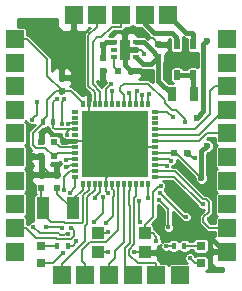
<source format=gbr>
G04 #@! TF.FileFunction,Copper,L1,Top,Signal*
%FSLAX46Y46*%
G04 Gerber Fmt 4.6, Leading zero omitted, Abs format (unit mm)*
G04 Created by KiCad (PCBNEW 4.0.4-stable) date 05/29/18 15:09:19*
%MOMM*%
%LPD*%
G01*
G04 APERTURE LIST*
%ADD10C,0.100000*%
%ADD11R,1.500000X1.500000*%
%ADD12R,0.500000X0.600000*%
%ADD13R,0.600000X0.500000*%
%ADD14R,0.797560X0.797560*%
%ADD15R,0.700000X1.300000*%
%ADD16R,0.400000X0.600000*%
%ADD17R,1.100000X1.900000*%
%ADD18R,0.500000X0.900000*%
%ADD19R,0.470000X0.400000*%
%ADD20R,0.950000X1.700000*%
%ADD21R,0.300000X0.550000*%
%ADD22R,0.550000X0.300000*%
%ADD23R,5.600000X5.600000*%
%ADD24R,1.000000X1.000000*%
%ADD25C,0.400000*%
%ADD26C,0.600000*%
%ADD27C,0.200000*%
%ADD28C,0.400000*%
%ADD29C,0.254000*%
G04 APERTURE END LIST*
D10*
D11*
X100000000Y-90000000D03*
X100000000Y-88000000D03*
X100000000Y-86000000D03*
X100000000Y-84000000D03*
X100000000Y-96000000D03*
X100000000Y-94000000D03*
X100000000Y-98000000D03*
X100000000Y-92000000D03*
X100000000Y-80000000D03*
X100000000Y-82000000D03*
X104000000Y-100000000D03*
X106000000Y-100000000D03*
X108000000Y-100000000D03*
X110000000Y-100000000D03*
X114000000Y-100000000D03*
X112000000Y-100000000D03*
X118000000Y-86000000D03*
X118000000Y-84000000D03*
X118000000Y-90000000D03*
X118000000Y-88000000D03*
X118000000Y-80000000D03*
X118000000Y-82000000D03*
X118000000Y-96000000D03*
X118000000Y-94000000D03*
X118000000Y-98000000D03*
X118000000Y-92000000D03*
X107000000Y-78000000D03*
X109000000Y-78000000D03*
X105000000Y-78000000D03*
X111000000Y-78000000D03*
X113000000Y-78000000D03*
D12*
X103570000Y-92600000D03*
X103570000Y-91500000D03*
D13*
X103370000Y-89950000D03*
X102270000Y-89950000D03*
D12*
X102270000Y-92600000D03*
X102270000Y-91500000D03*
D13*
X103370000Y-88700000D03*
X102270000Y-88700000D03*
D12*
X112170000Y-81550000D03*
X112170000Y-80450000D03*
X107470000Y-81600000D03*
X107470000Y-82700000D03*
D13*
X113520000Y-89650000D03*
X114620000Y-89650000D03*
D12*
X103970000Y-84400000D03*
X103970000Y-83300000D03*
D14*
X115750000Y-97500700D03*
X115750000Y-98999300D03*
X102250000Y-97500700D03*
X102250000Y-98999300D03*
D15*
X115220000Y-84700000D03*
X113320000Y-84700000D03*
D16*
X102370000Y-87000000D03*
X103270000Y-87000000D03*
X113470000Y-97500000D03*
X114370000Y-97500000D03*
X104520000Y-97500000D03*
X103620000Y-97500000D03*
D17*
X102370000Y-94350000D03*
X104970000Y-94350000D03*
D18*
X115120000Y-83050000D03*
X115120000Y-80450000D03*
X113720000Y-83050000D03*
X113720000Y-80450000D03*
D13*
X108720000Y-82700000D03*
X109820000Y-82700000D03*
D19*
X110235000Y-81550000D03*
X110235000Y-80900000D03*
X110235000Y-80250000D03*
X108405000Y-80250000D03*
X108405000Y-80900000D03*
X108405000Y-81550000D03*
D20*
X109320000Y-80900000D03*
D21*
X105770000Y-92275000D03*
X106270000Y-92275000D03*
X106770000Y-92275000D03*
X107270000Y-92275000D03*
X107770000Y-92275000D03*
X108270000Y-92275000D03*
X108770000Y-92275000D03*
X109270000Y-92275000D03*
X109770000Y-92275000D03*
X110270000Y-92275000D03*
X110770000Y-92275000D03*
X111270000Y-92275000D03*
D22*
X111895000Y-91650000D03*
X111895000Y-91150000D03*
X111895000Y-90650000D03*
X111895000Y-90150000D03*
X111895000Y-89650000D03*
X111895000Y-89150000D03*
X111895000Y-88650000D03*
X111895000Y-88150000D03*
X111895000Y-87650000D03*
X111895000Y-87150000D03*
X111895000Y-86650000D03*
X111895000Y-86150000D03*
D21*
X111270000Y-85525000D03*
X110770000Y-85525000D03*
X110270000Y-85525000D03*
X109770000Y-85525000D03*
X109270000Y-85525000D03*
X108770000Y-85525000D03*
X108270000Y-85525000D03*
X107770000Y-85525000D03*
X107270000Y-85525000D03*
X106770000Y-85525000D03*
X106270000Y-85525000D03*
X105770000Y-85525000D03*
D22*
X105145000Y-86150000D03*
X105145000Y-86650000D03*
X105145000Y-87150000D03*
X105145000Y-87650000D03*
X105145000Y-88150000D03*
X105145000Y-88650000D03*
X105145000Y-89150000D03*
X105145000Y-89650000D03*
X105145000Y-90150000D03*
X105145000Y-90650000D03*
X105145000Y-91150000D03*
X105145000Y-91650000D03*
D23*
X108520000Y-88900000D03*
D24*
X111020000Y-96450000D03*
X107020000Y-98050000D03*
X111020000Y-98050000D03*
X107020000Y-96450000D03*
D25*
X116420000Y-95275000D03*
X116395000Y-92650000D03*
X116495000Y-91500000D03*
X107914719Y-98053846D03*
X101570000Y-89850000D03*
X107920000Y-93000000D03*
D26*
X106020000Y-84550000D03*
X105020000Y-79600000D03*
D25*
X110120000Y-98050000D03*
X104370000Y-88650000D03*
X110969565Y-81231489D03*
X115266793Y-90103207D03*
X110570000Y-79550000D03*
X107420000Y-83350000D03*
X102270000Y-90700000D03*
X102220000Y-88100000D03*
X116220000Y-96450000D03*
D26*
X110520000Y-82700000D03*
X109320000Y-79550000D03*
D25*
X108520000Y-88900000D03*
X107720000Y-95600000D03*
X104070000Y-98150000D03*
X114820000Y-98550000D03*
D26*
X115820000Y-91800000D03*
X116270000Y-89050000D03*
X115420000Y-86650000D03*
X116270000Y-80150000D03*
X107470000Y-80550000D03*
D25*
X114520000Y-95050000D03*
X112320000Y-93050000D03*
X104320000Y-90250000D03*
X112008302Y-97101622D03*
X107901802Y-96381802D03*
X112370000Y-92450000D03*
X104424727Y-88102727D03*
X103570000Y-85050000D03*
X113020000Y-95950000D03*
X112220000Y-93600000D03*
X104320000Y-90800000D03*
X104170016Y-92796054D03*
X104001028Y-96014385D03*
X111273521Y-93492756D03*
X102620000Y-95950000D03*
X115970011Y-94009607D03*
X114420000Y-87050000D03*
X106790865Y-93449990D03*
X103970147Y-87213193D03*
X104220000Y-85050002D03*
X104795540Y-96000011D03*
X112870000Y-90750000D03*
X104518987Y-96497324D03*
X113270000Y-90300000D03*
X101570000Y-95900000D03*
X113370000Y-86600000D03*
X111370000Y-84700000D03*
X110774027Y-84765738D03*
X110366276Y-84396629D03*
X101450643Y-86830338D03*
X101857968Y-85319838D03*
X109720000Y-84600000D03*
X108275710Y-84425983D03*
X108176359Y-83788012D03*
X105212625Y-97106102D03*
X107493822Y-93376516D03*
X106720000Y-95481248D03*
X104520000Y-87200000D03*
X112820000Y-97550000D03*
X110620000Y-95500000D03*
X110520000Y-93700000D03*
X104720000Y-93000000D03*
D27*
X116770000Y-94925000D02*
X116420000Y-95275000D01*
X116770023Y-94925000D02*
X116770000Y-94925000D01*
X116395000Y-92650000D02*
X116395000Y-93273604D01*
X116395000Y-93273604D02*
X116770023Y-93648627D01*
X116770023Y-93648627D02*
X116770023Y-94925000D01*
X116495000Y-91500000D02*
X116495000Y-92550000D01*
X116495000Y-92550000D02*
X116395000Y-92650000D01*
X107910873Y-98050000D02*
X107914719Y-98053846D01*
X107020000Y-98050000D02*
X107910873Y-98050000D01*
X101570000Y-89850000D02*
X102170000Y-89850000D01*
X102170000Y-89850000D02*
X102270000Y-89950000D01*
X107770000Y-92275000D02*
X107770000Y-92850000D01*
X107770000Y-92850000D02*
X107920000Y-93000000D01*
X106270000Y-85525000D02*
X106270000Y-84800000D01*
X106270000Y-84800000D02*
X106020000Y-84550000D01*
X105000000Y-78000000D02*
X105000000Y-79580000D01*
X105000000Y-79580000D02*
X105020000Y-79600000D01*
X111020000Y-98050000D02*
X110120000Y-98050000D01*
X105145000Y-88650000D02*
X104370000Y-88650000D01*
X110235000Y-80900000D02*
X110670000Y-80900000D01*
X111252842Y-79950000D02*
X110852842Y-79550000D01*
X112170000Y-80450000D02*
X112170000Y-80400000D01*
X111720000Y-79950000D02*
X111252842Y-79950000D01*
X112170000Y-80400000D02*
X111720000Y-79950000D01*
X110670000Y-80900000D02*
X110969565Y-81199565D01*
X110852842Y-79550000D02*
X110570000Y-79550000D01*
X110969565Y-81199565D02*
X110969565Y-81231489D01*
X115123207Y-90103207D02*
X115266793Y-90103207D01*
X114670000Y-89650000D02*
X115123207Y-90103207D01*
X114620000Y-89650000D02*
X114670000Y-89650000D01*
X107470000Y-82700000D02*
X107470000Y-83300000D01*
X107470000Y-83300000D02*
X107420000Y-83350000D01*
X102270000Y-88700000D02*
X102270000Y-88150000D01*
X102270000Y-88150000D02*
X102220000Y-88100000D01*
D28*
X118000000Y-98000000D02*
X117770000Y-98000000D01*
X117770000Y-98000000D02*
X116220000Y-96450000D01*
D27*
X103570000Y-91500000D02*
X103070000Y-91500000D01*
X103070000Y-91500000D02*
X102270000Y-90700000D01*
X102270000Y-91500000D02*
X102270000Y-90700000D01*
X102270000Y-89950000D02*
X102270000Y-90700000D01*
D28*
X109820000Y-82700000D02*
X110520000Y-82700000D01*
X109320000Y-80900000D02*
X109320000Y-82200000D01*
X109320000Y-82200000D02*
X109820000Y-82700000D01*
X109320000Y-80900000D02*
X109320000Y-79550000D01*
X110235000Y-80900000D02*
X109320000Y-80900000D01*
D27*
X106270000Y-85525000D02*
X106270000Y-86650000D01*
X106270000Y-86650000D02*
X108520000Y-88900000D01*
X105145000Y-88650000D02*
X108270000Y-88650000D01*
X108270000Y-88650000D02*
X108520000Y-88900000D01*
X111895000Y-89150000D02*
X108770000Y-89150000D01*
X108770000Y-89150000D02*
X108520000Y-88900000D01*
X107770000Y-92275000D02*
X107770000Y-91800000D01*
X107770000Y-91800000D02*
X108520000Y-91050000D01*
X108520000Y-91050000D02*
X108520000Y-88900000D01*
X104970000Y-93550000D02*
X104970000Y-93950000D01*
X105770000Y-92750000D02*
X104970000Y-93550000D01*
X104970000Y-93950000D02*
X104970000Y-94350000D01*
X105770000Y-92275000D02*
X105770000Y-92750000D01*
X103570000Y-93100000D02*
X104820000Y-94350000D01*
X103570000Y-92600000D02*
X103570000Y-93100000D01*
X104820000Y-94350000D02*
X104970000Y-94350000D01*
D28*
X115820000Y-91375736D02*
X115820000Y-91800000D01*
X115820000Y-89500000D02*
X115820000Y-91375736D01*
X116270000Y-89050000D02*
X115820000Y-89500000D01*
D27*
X108270000Y-92275000D02*
X108270000Y-92700000D01*
X108270000Y-92700000D02*
X108388005Y-92818005D01*
X108388005Y-92818005D02*
X108388005Y-93331995D01*
X108388005Y-93331995D02*
X108320000Y-93400000D01*
X108320000Y-93400000D02*
X108320000Y-95000000D01*
X108320000Y-95000000D02*
X107720000Y-95600000D01*
X102250000Y-98999300D02*
X103220700Y-98999300D01*
X103220700Y-98999300D02*
X104070000Y-98150000D01*
X115750000Y-98999300D02*
X115269300Y-98999300D01*
X115269300Y-98999300D02*
X114820000Y-98550000D01*
X115820000Y-91800000D02*
X113670000Y-89650000D01*
X113670000Y-89650000D02*
X113520000Y-89650000D01*
D28*
X116270000Y-80150000D02*
X115970001Y-80449999D01*
X115970001Y-80449999D02*
X115970001Y-86099999D01*
X115970001Y-86099999D02*
X115420000Y-86650000D01*
D27*
X105770000Y-85400000D02*
X105770000Y-85525000D01*
X104770000Y-84400000D02*
X105770000Y-85400000D01*
X103970000Y-84400000D02*
X104770000Y-84400000D01*
X102570001Y-89200001D02*
X101769999Y-89200001D01*
X103320000Y-89950000D02*
X102570001Y-89200001D01*
X101769999Y-89200001D02*
X101520000Y-88950002D01*
X103370000Y-89950000D02*
X103320000Y-89950000D01*
X101520000Y-87950000D02*
X102370000Y-87100000D01*
X102370000Y-87100000D02*
X102370000Y-87000000D01*
X101520000Y-88950002D02*
X101520000Y-87950000D01*
X102770000Y-85150000D02*
X103520000Y-84400000D01*
X102770000Y-86500000D02*
X102770000Y-85150000D01*
X103520000Y-84400000D02*
X103970000Y-84400000D01*
X102370000Y-86900000D02*
X102770000Y-86500000D01*
X102370000Y-87000000D02*
X102370000Y-86900000D01*
D28*
X103920000Y-84450000D02*
X103970000Y-84400000D01*
D27*
X102770000Y-81709340D02*
X102770000Y-83150000D01*
X102770000Y-83150000D02*
X103970000Y-84350000D01*
X103970000Y-84350000D02*
X103970000Y-84400000D01*
X100000000Y-80000000D02*
X101060660Y-80000000D01*
X101060660Y-80000000D02*
X102770000Y-81709340D01*
X111895000Y-89650000D02*
X113520000Y-89650000D01*
D28*
X107470000Y-81600000D02*
X107470000Y-80550000D01*
X108405000Y-80250000D02*
X107770000Y-80250000D01*
X107770000Y-80250000D02*
X107470000Y-80550000D01*
D27*
X103370000Y-89950000D02*
X103670000Y-89650000D01*
X103670000Y-89650000D02*
X105145000Y-89650000D01*
X105720001Y-95550001D02*
X105770001Y-95500001D01*
X106270000Y-92750000D02*
X106270000Y-92275000D01*
X104228182Y-95550001D02*
X105720001Y-95550001D01*
X105770001Y-95500001D02*
X105770001Y-93249999D01*
X102370000Y-94350000D02*
X102370000Y-94750000D01*
X103120000Y-95500000D02*
X104178181Y-95500000D01*
X102370000Y-94750000D02*
X103120000Y-95500000D01*
X104178181Y-95500000D02*
X104228182Y-95550001D01*
X105770001Y-93249999D02*
X106270000Y-92750000D01*
X102270000Y-92600000D02*
X102270000Y-94250000D01*
X102270000Y-94250000D02*
X102370000Y-94350000D01*
X103370000Y-88700000D02*
X103820000Y-89150000D01*
X103820000Y-89150000D02*
X105145000Y-89150000D01*
X106600012Y-80214978D02*
X106600012Y-83821018D01*
X106600012Y-83821018D02*
X107270000Y-84491006D01*
X108250001Y-78950001D02*
X107350003Y-79849999D01*
X107350003Y-79849999D02*
X106964991Y-79849999D01*
X106964991Y-79849999D02*
X106600012Y-80214978D01*
X109000000Y-78000000D02*
X108999999Y-78950001D01*
X108999999Y-78950001D02*
X108250001Y-78950001D01*
X107270000Y-84491006D02*
X107270000Y-85525000D01*
X106770000Y-85050000D02*
X106770000Y-85525000D01*
X107000000Y-78000000D02*
X107000000Y-78950000D01*
X107000000Y-78950000D02*
X106250001Y-79699999D01*
X106770000Y-84519997D02*
X106770000Y-85050000D01*
X106250001Y-79699999D02*
X106250001Y-83999998D01*
X106250001Y-83999998D02*
X106770000Y-84519997D01*
X112320000Y-93050000D02*
X114320000Y-95050000D01*
X114320000Y-95050000D02*
X114520000Y-95050000D01*
X105145000Y-90150000D02*
X104420000Y-90150000D01*
X104420000Y-90150000D02*
X104320000Y-90250000D01*
X112008302Y-96818780D02*
X112008302Y-97101622D01*
X112008302Y-96738302D02*
X112008302Y-96818780D01*
X111720000Y-96450000D02*
X112008302Y-96738302D01*
X111020000Y-96450000D02*
X111720000Y-96450000D01*
X107020000Y-96450000D02*
X107833604Y-96450000D01*
X107833604Y-96450000D02*
X107901802Y-96381802D01*
X112370000Y-92450000D02*
X112253998Y-92450000D01*
X112253998Y-92450000D02*
X111723522Y-92980476D01*
X111723522Y-92980476D02*
X111723522Y-95046478D01*
X111723522Y-95046478D02*
X111020000Y-95750000D01*
X111020000Y-95750000D02*
X111020000Y-96450000D01*
X104670000Y-87650000D02*
X104424727Y-87895273D01*
X104424727Y-87895273D02*
X104424727Y-88102727D01*
X104656805Y-87663195D02*
X104670000Y-87650000D01*
X103270000Y-87500000D02*
X103433195Y-87663195D01*
X103270000Y-87000000D02*
X103270000Y-87500000D01*
X103433195Y-87663195D02*
X104656805Y-87663195D01*
X104670000Y-87650000D02*
X105145000Y-87650000D01*
X103270000Y-87000000D02*
X103270000Y-85350000D01*
X103270000Y-85350000D02*
X103570000Y-85050000D01*
X112220000Y-93600000D02*
X113020000Y-94400000D01*
X113020000Y-94400000D02*
X113020000Y-95950000D01*
X105145000Y-90650000D02*
X104670000Y-90650000D01*
X104670000Y-90650000D02*
X104520000Y-90800000D01*
X104520000Y-90800000D02*
X104320000Y-90800000D01*
X103620000Y-97500000D02*
X102250700Y-97500000D01*
X102250700Y-97500000D02*
X102250000Y-97500700D01*
X114370000Y-97500000D02*
X115749300Y-97500000D01*
X115749300Y-97500000D02*
X115750000Y-97500700D01*
X110000000Y-100000000D02*
X109319987Y-99319987D01*
X109319987Y-97689019D02*
X109770000Y-97239006D01*
X109770000Y-97239006D02*
X109770000Y-94110992D01*
X109719988Y-94060980D02*
X109719988Y-92800012D01*
X109719988Y-92800012D02*
X109770000Y-92750000D01*
X109770000Y-92750000D02*
X109770000Y-92275000D01*
X109319987Y-99319987D02*
X109319987Y-97689019D01*
X109770000Y-94110992D02*
X109719988Y-94060980D01*
X110069999Y-93483999D02*
X110069999Y-93916001D01*
X112000000Y-99050000D02*
X112000000Y-100000000D01*
X110403995Y-98999999D02*
X111949999Y-98999999D01*
X109669998Y-97833998D02*
X109669998Y-98266002D01*
X110136061Y-97367935D02*
X109669998Y-97833998D01*
X110069999Y-93916001D02*
X110136061Y-93982063D01*
X111949999Y-98999999D02*
X112000000Y-99050000D01*
X110136061Y-93982063D02*
X110136061Y-97367935D01*
X110270000Y-92275000D02*
X110270000Y-93283998D01*
X109669998Y-98266002D02*
X110403995Y-98999999D01*
X110270000Y-93283998D02*
X110069999Y-93483999D01*
X104170016Y-92513212D02*
X104170016Y-92796054D01*
X104170016Y-91649984D02*
X104170016Y-92513212D01*
X104670000Y-91150000D02*
X104170016Y-91649984D01*
X105145000Y-91150000D02*
X104670000Y-91150000D01*
X103936643Y-95950000D02*
X104001028Y-96014385D01*
X102620000Y-95950000D02*
X103936643Y-95950000D01*
X111270000Y-92275000D02*
X111270000Y-93489235D01*
X111270000Y-93489235D02*
X111273521Y-93492756D01*
X111895000Y-91650000D02*
X113505910Y-91650000D01*
X115865517Y-94009607D02*
X115970011Y-94009607D01*
X113505910Y-91650000D02*
X115865517Y-94009607D01*
X117050000Y-96000000D02*
X118000000Y-96000000D01*
X115969998Y-95491002D02*
X116478996Y-96000000D01*
X115969998Y-95058998D02*
X115969998Y-95491002D01*
X116420013Y-93793605D02*
X116420013Y-94608983D01*
X115943609Y-93559605D02*
X116186013Y-93559605D01*
X113584005Y-91200001D02*
X115943609Y-93559605D01*
X111895000Y-91150000D02*
X112370000Y-91150000D01*
X116186013Y-93559605D02*
X116420013Y-93793605D01*
X112420001Y-91200001D02*
X113584005Y-91200001D01*
X116420013Y-94608983D02*
X115969998Y-95058998D01*
X112370000Y-91150000D02*
X112420001Y-91200001D01*
X116478996Y-96000000D02*
X117050000Y-96000000D01*
X109270000Y-84768692D02*
X108919999Y-84418691D01*
X112719999Y-85185997D02*
X112719999Y-85455011D01*
X114420000Y-86767158D02*
X114420000Y-87050000D01*
X112719999Y-85455011D02*
X113314987Y-86049999D01*
X108919999Y-84085999D02*
X109219915Y-83786083D01*
X108919999Y-84418691D02*
X108919999Y-84085999D01*
X113314987Y-86049999D02*
X113702841Y-86049999D01*
X111320085Y-83786083D02*
X112719999Y-85185997D01*
X109270000Y-85525000D02*
X109270000Y-84768692D01*
X109219915Y-83786083D02*
X111320085Y-83786083D01*
X113702841Y-86049999D02*
X114420000Y-86767158D01*
X105919333Y-97130667D02*
X105919333Y-95845659D01*
X105919333Y-95845659D02*
X106120012Y-95644980D01*
X106120012Y-95644980D02*
X106120012Y-93399988D01*
X104000000Y-99050000D02*
X105919333Y-97130667D01*
X104000000Y-100000000D02*
X104000000Y-99050000D01*
X106770000Y-92750000D02*
X106770000Y-92275000D01*
X106120012Y-93399988D02*
X106770000Y-92750000D01*
X106990864Y-93249991D02*
X106790865Y-93449990D01*
X107270000Y-92934336D02*
X106990864Y-93213472D01*
X107270000Y-92275000D02*
X107270000Y-92934336D01*
X106990864Y-93213472D02*
X106990864Y-93249991D01*
X103970147Y-86930351D02*
X103970147Y-87213193D01*
X103970147Y-85299855D02*
X103970147Y-86930351D01*
X104220000Y-85050002D02*
X103970147Y-85299855D01*
X106353995Y-97200001D02*
X107720001Y-97200001D01*
X105719998Y-97833998D02*
X106353995Y-97200001D01*
X105719998Y-98769998D02*
X105719998Y-97833998D01*
X106000000Y-100000000D02*
X106000000Y-99050000D01*
X108770000Y-92750000D02*
X108770000Y-92275000D01*
X108770000Y-96150002D02*
X108770000Y-92750000D01*
X107720001Y-97200001D02*
X108770000Y-96150002D01*
X106000000Y-99050000D02*
X105719998Y-98769998D01*
X108000000Y-100000000D02*
X108000000Y-99050000D01*
X108000000Y-99050000D02*
X108499222Y-98550778D01*
X108499222Y-98550778D02*
X108499222Y-97936782D01*
X108499222Y-97936782D02*
X109270000Y-97166004D01*
X109270000Y-97166004D02*
X109270000Y-92750000D01*
X109270000Y-92750000D02*
X109270000Y-92275000D01*
X100000000Y-96000000D02*
X100950000Y-96000000D01*
X103504007Y-96850011D02*
X103601322Y-96947326D01*
X104734989Y-96947326D02*
X104995539Y-96686776D01*
X103601322Y-96947326D02*
X104734989Y-96947326D01*
X101800011Y-96850011D02*
X103504007Y-96850011D01*
X100950000Y-96000000D02*
X101800011Y-96850011D01*
X104995539Y-96200010D02*
X104795540Y-96000011D01*
X104995539Y-96686776D02*
X104995539Y-96200010D01*
X111895000Y-90650000D02*
X112770000Y-90650000D01*
X112770000Y-90650000D02*
X112870000Y-90750000D01*
X111945000Y-90700000D02*
X111895000Y-90650000D01*
X104236145Y-96497324D02*
X104518987Y-96497324D01*
X104148517Y-96584952D02*
X104236145Y-96497324D01*
X103718980Y-96447902D02*
X103856030Y-96584952D01*
X101570000Y-95900000D02*
X102117902Y-96447902D01*
X102117902Y-96447902D02*
X103718980Y-96447902D01*
X103856030Y-96584952D02*
X104148517Y-96584952D01*
X113270000Y-90300000D02*
X113120000Y-90150000D01*
X113120000Y-90150000D02*
X111895000Y-90150000D01*
X115605998Y-88650000D02*
X116255998Y-88000000D01*
X111895000Y-88650000D02*
X115605998Y-88650000D01*
X117050000Y-88000000D02*
X118000000Y-88000000D01*
X116255998Y-88000000D02*
X117050000Y-88000000D01*
X111895000Y-88150000D02*
X115611008Y-88150000D01*
X117761008Y-86000000D02*
X118000000Y-86000000D01*
X115611008Y-88150000D02*
X117761008Y-86000000D01*
X111895000Y-87650000D02*
X115270000Y-87650000D01*
X116570000Y-84369340D02*
X116939340Y-84000000D01*
X115270000Y-87650000D02*
X116570000Y-86350000D01*
X116570000Y-86350000D02*
X116570000Y-84369340D01*
X116939340Y-84000000D02*
X118000000Y-84000000D01*
X111895000Y-86150000D02*
X112920000Y-86150000D01*
X112920000Y-86150000D02*
X113370000Y-86600000D01*
X111270000Y-85525000D02*
X111270000Y-84800000D01*
X111270000Y-84800000D02*
X111370000Y-84700000D01*
X110770000Y-84769765D02*
X110774027Y-84765738D01*
X110770000Y-85525000D02*
X110770000Y-84769765D01*
X110270000Y-85525000D02*
X110270000Y-84492905D01*
X110270000Y-84492905D02*
X110366276Y-84396629D01*
X101857968Y-86423013D02*
X101650642Y-86630339D01*
X101857968Y-85319838D02*
X101857968Y-86423013D01*
X101650642Y-86630339D02*
X101450643Y-86830338D01*
X109770000Y-85525000D02*
X109770000Y-84650000D01*
X109770000Y-84650000D02*
X109720000Y-84600000D01*
X108270000Y-85525000D02*
X108270000Y-84431693D01*
X108270000Y-84431693D02*
X108275710Y-84425983D01*
X107770000Y-84194371D02*
X107976360Y-83988011D01*
X107770000Y-85525000D02*
X107770000Y-84194371D01*
X107976360Y-83988011D02*
X108176359Y-83788012D01*
X105212625Y-97207375D02*
X105212625Y-97106102D01*
X104520000Y-97500000D02*
X104920000Y-97500000D01*
X104920000Y-97500000D02*
X105212625Y-97207375D01*
X107493822Y-94707426D02*
X107493822Y-93659358D01*
X107493822Y-93659358D02*
X107493822Y-93376516D01*
X106720000Y-95481248D02*
X107493822Y-94707426D01*
X105145000Y-87150000D02*
X104570000Y-87150000D01*
X104570000Y-87150000D02*
X104520000Y-87200000D01*
X112820000Y-97550000D02*
X113420000Y-97550000D01*
X113420000Y-97550000D02*
X113470000Y-97500000D01*
X110520000Y-93700000D02*
X110520000Y-95400000D01*
X110520000Y-95400000D02*
X110620000Y-95500000D01*
X105145000Y-91650000D02*
X105145000Y-92575000D01*
X105145000Y-92575000D02*
X104720000Y-93000000D01*
D28*
X115120000Y-83050000D02*
X115120000Y-84600000D01*
X115120000Y-84600000D02*
X115220000Y-84700000D01*
X115120000Y-83050000D02*
X113720000Y-83050000D01*
X111570000Y-82150000D02*
X112170000Y-81550000D01*
X110270000Y-81550000D02*
X110870000Y-82150000D01*
X110870000Y-82150000D02*
X111570000Y-82150000D01*
X110235000Y-81550000D02*
X110270000Y-81550000D01*
X110911614Y-80250000D02*
X111511614Y-80850000D01*
X110235000Y-80250000D02*
X110911614Y-80250000D01*
X111511614Y-80850000D02*
X111520000Y-80850000D01*
X112170000Y-81500000D02*
X112170000Y-81550000D01*
X111520000Y-80850000D02*
X112170000Y-81500000D01*
X113320000Y-84700000D02*
X112170000Y-83550000D01*
X112170000Y-83550000D02*
X112170000Y-81550000D01*
X113000000Y-78000000D02*
X114500000Y-79500000D01*
X114500000Y-79500000D02*
X115020000Y-79500000D01*
X115020000Y-79500000D02*
X115120000Y-79600000D01*
X115120000Y-79600000D02*
X115120000Y-80450000D01*
X113720000Y-80450000D02*
X113720000Y-80250000D01*
X113670000Y-80200000D02*
X113670000Y-79850000D01*
X113720000Y-80250000D02*
X113670000Y-80200000D01*
X111000000Y-78731110D02*
X111000000Y-78000000D01*
X113670000Y-79850000D02*
X113320000Y-79500000D01*
X113320000Y-79500000D02*
X111768890Y-79500000D01*
X111768890Y-79500000D02*
X111000000Y-78731110D01*
D27*
X108405000Y-81550000D02*
X108405000Y-82385000D01*
X108405000Y-82385000D02*
X108720000Y-82700000D01*
D29*
G36*
X115539474Y-94216722D02*
X115565394Y-94279453D01*
X115699459Y-94413752D01*
X115874714Y-94486524D01*
X116009196Y-94486642D01*
X115703419Y-94792419D01*
X115621695Y-94914726D01*
X115592998Y-95058998D01*
X115592998Y-95491002D01*
X115621695Y-95635274D01*
X115703419Y-95757581D01*
X116212417Y-96266579D01*
X116334724Y-96348303D01*
X116478996Y-96377000D01*
X116967574Y-96377000D01*
X116967574Y-96679666D01*
X116890302Y-96711673D01*
X116711673Y-96890301D01*
X116615000Y-97123690D01*
X116615000Y-97714250D01*
X116773750Y-97873000D01*
X117673000Y-97873000D01*
X117673000Y-98127000D01*
X116773750Y-98127000D01*
X116615000Y-98285750D01*
X116615000Y-98876310D01*
X116711673Y-99109699D01*
X116890302Y-99288327D01*
X117123691Y-99385000D01*
X117673000Y-99385000D01*
X117673000Y-99673000D01*
X116188671Y-99673000D01*
X116251430Y-99661191D01*
X116345707Y-99600525D01*
X116408955Y-99507960D01*
X116431206Y-99398080D01*
X116431206Y-98600520D01*
X116411891Y-98497870D01*
X116351225Y-98403593D01*
X116258660Y-98340345D01*
X116148780Y-98318094D01*
X115351220Y-98318094D01*
X115248570Y-98337409D01*
X115248336Y-98337559D01*
X115224617Y-98280154D01*
X115090552Y-98145855D01*
X114915297Y-98073083D01*
X114725535Y-98072917D01*
X114550154Y-98145383D01*
X114415855Y-98279448D01*
X114343083Y-98454703D01*
X114342917Y-98644465D01*
X114415383Y-98819846D01*
X114549448Y-98954145D01*
X114581789Y-98967574D01*
X113250000Y-98967574D01*
X113147350Y-98986889D01*
X113053073Y-99047555D01*
X112999421Y-99126076D01*
X112952445Y-99053073D01*
X112859880Y-98989825D01*
X112750000Y-98967574D01*
X112360605Y-98967574D01*
X112348303Y-98905728D01*
X112266579Y-98783421D01*
X112216578Y-98733420D01*
X112149821Y-98688814D01*
X112155000Y-98676310D01*
X112155000Y-98335750D01*
X111996250Y-98177000D01*
X111147000Y-98177000D01*
X111147000Y-98197000D01*
X110893000Y-98197000D01*
X110893000Y-98177000D01*
X110873000Y-98177000D01*
X110873000Y-97923000D01*
X110893000Y-97923000D01*
X110893000Y-97903000D01*
X111147000Y-97903000D01*
X111147000Y-97923000D01*
X111996250Y-97923000D01*
X112155000Y-97764250D01*
X112155000Y-97557123D01*
X112278148Y-97506239D01*
X112352505Y-97432011D01*
X112343083Y-97454703D01*
X112342917Y-97644465D01*
X112415383Y-97819846D01*
X112549448Y-97954145D01*
X112724703Y-98026917D01*
X112914465Y-98027083D01*
X113050730Y-97970780D01*
X113067555Y-97996927D01*
X113160120Y-98060175D01*
X113270000Y-98082426D01*
X113670000Y-98082426D01*
X113772650Y-98063111D01*
X113866927Y-98002445D01*
X113920579Y-97923924D01*
X113967555Y-97996927D01*
X114060120Y-98060175D01*
X114170000Y-98082426D01*
X114570000Y-98082426D01*
X114672650Y-98063111D01*
X114766927Y-98002445D01*
X114830175Y-97909880D01*
X114836833Y-97877000D01*
X115068794Y-97877000D01*
X115068794Y-97899480D01*
X115088109Y-98002130D01*
X115148775Y-98096407D01*
X115241340Y-98159655D01*
X115351220Y-98181906D01*
X116148780Y-98181906D01*
X116251430Y-98162591D01*
X116345707Y-98101925D01*
X116408955Y-98009360D01*
X116431206Y-97899480D01*
X116431206Y-97101920D01*
X116411891Y-96999270D01*
X116351225Y-96904993D01*
X116258660Y-96841745D01*
X116148780Y-96819494D01*
X115351220Y-96819494D01*
X115248570Y-96838809D01*
X115154293Y-96899475D01*
X115091045Y-96992040D01*
X115068794Y-97101920D01*
X115068794Y-97123000D01*
X114837937Y-97123000D01*
X114833111Y-97097350D01*
X114772445Y-97003073D01*
X114679880Y-96939825D01*
X114570000Y-96917574D01*
X114170000Y-96917574D01*
X114067350Y-96936889D01*
X113973073Y-96997555D01*
X113919421Y-97076076D01*
X113872445Y-97003073D01*
X113779880Y-96939825D01*
X113670000Y-96917574D01*
X113270000Y-96917574D01*
X113167350Y-96936889D01*
X113073073Y-96997555D01*
X113009825Y-97090120D01*
X113005675Y-97110611D01*
X112915297Y-97073083D01*
X112725535Y-97072917D01*
X112550154Y-97145383D01*
X112475797Y-97219611D01*
X112485219Y-97196919D01*
X112485385Y-97007157D01*
X112412919Y-96831776D01*
X112385302Y-96804111D01*
X112385302Y-96738302D01*
X112356605Y-96594030D01*
X112292643Y-96498305D01*
X112274882Y-96471723D01*
X111986579Y-96183421D01*
X111864272Y-96101697D01*
X111802426Y-96089395D01*
X111802426Y-95950000D01*
X111783111Y-95847350D01*
X111722445Y-95753073D01*
X111629880Y-95689825D01*
X111616120Y-95687039D01*
X111990101Y-95313058D01*
X112071825Y-95190750D01*
X112079593Y-95151697D01*
X112100522Y-95046478D01*
X112100522Y-94066876D01*
X112124703Y-94076917D01*
X112163793Y-94076951D01*
X112643000Y-94556158D01*
X112643000Y-95652350D01*
X112615855Y-95679448D01*
X112543083Y-95854703D01*
X112542917Y-96044465D01*
X112615383Y-96219846D01*
X112749448Y-96354145D01*
X112924703Y-96426917D01*
X113114465Y-96427083D01*
X113289846Y-96354617D01*
X113424145Y-96220552D01*
X113496917Y-96045297D01*
X113497083Y-95855535D01*
X113424617Y-95680154D01*
X113397000Y-95652489D01*
X113397000Y-94660158D01*
X114053421Y-95316579D01*
X114175728Y-95398303D01*
X114198157Y-95402764D01*
X114249448Y-95454145D01*
X114424703Y-95526917D01*
X114614465Y-95527083D01*
X114789846Y-95454617D01*
X114924145Y-95320552D01*
X114996917Y-95145297D01*
X114997083Y-94955535D01*
X114924617Y-94780154D01*
X114790552Y-94645855D01*
X114615297Y-94573083D01*
X114425535Y-94572917D01*
X114390536Y-94587378D01*
X112797049Y-92993891D01*
X112797083Y-92955535D01*
X112724617Y-92780154D01*
X112719537Y-92775065D01*
X112774145Y-92720552D01*
X112846917Y-92545297D01*
X112847083Y-92355535D01*
X112774617Y-92180154D01*
X112640552Y-92045855D01*
X112595144Y-92027000D01*
X113349752Y-92027000D01*
X115539474Y-94216722D01*
X115539474Y-94216722D01*
G37*
X115539474Y-94216722D02*
X115565394Y-94279453D01*
X115699459Y-94413752D01*
X115874714Y-94486524D01*
X116009196Y-94486642D01*
X115703419Y-94792419D01*
X115621695Y-94914726D01*
X115592998Y-95058998D01*
X115592998Y-95491002D01*
X115621695Y-95635274D01*
X115703419Y-95757581D01*
X116212417Y-96266579D01*
X116334724Y-96348303D01*
X116478996Y-96377000D01*
X116967574Y-96377000D01*
X116967574Y-96679666D01*
X116890302Y-96711673D01*
X116711673Y-96890301D01*
X116615000Y-97123690D01*
X116615000Y-97714250D01*
X116773750Y-97873000D01*
X117673000Y-97873000D01*
X117673000Y-98127000D01*
X116773750Y-98127000D01*
X116615000Y-98285750D01*
X116615000Y-98876310D01*
X116711673Y-99109699D01*
X116890302Y-99288327D01*
X117123691Y-99385000D01*
X117673000Y-99385000D01*
X117673000Y-99673000D01*
X116188671Y-99673000D01*
X116251430Y-99661191D01*
X116345707Y-99600525D01*
X116408955Y-99507960D01*
X116431206Y-99398080D01*
X116431206Y-98600520D01*
X116411891Y-98497870D01*
X116351225Y-98403593D01*
X116258660Y-98340345D01*
X116148780Y-98318094D01*
X115351220Y-98318094D01*
X115248570Y-98337409D01*
X115248336Y-98337559D01*
X115224617Y-98280154D01*
X115090552Y-98145855D01*
X114915297Y-98073083D01*
X114725535Y-98072917D01*
X114550154Y-98145383D01*
X114415855Y-98279448D01*
X114343083Y-98454703D01*
X114342917Y-98644465D01*
X114415383Y-98819846D01*
X114549448Y-98954145D01*
X114581789Y-98967574D01*
X113250000Y-98967574D01*
X113147350Y-98986889D01*
X113053073Y-99047555D01*
X112999421Y-99126076D01*
X112952445Y-99053073D01*
X112859880Y-98989825D01*
X112750000Y-98967574D01*
X112360605Y-98967574D01*
X112348303Y-98905728D01*
X112266579Y-98783421D01*
X112216578Y-98733420D01*
X112149821Y-98688814D01*
X112155000Y-98676310D01*
X112155000Y-98335750D01*
X111996250Y-98177000D01*
X111147000Y-98177000D01*
X111147000Y-98197000D01*
X110893000Y-98197000D01*
X110893000Y-98177000D01*
X110873000Y-98177000D01*
X110873000Y-97923000D01*
X110893000Y-97923000D01*
X110893000Y-97903000D01*
X111147000Y-97903000D01*
X111147000Y-97923000D01*
X111996250Y-97923000D01*
X112155000Y-97764250D01*
X112155000Y-97557123D01*
X112278148Y-97506239D01*
X112352505Y-97432011D01*
X112343083Y-97454703D01*
X112342917Y-97644465D01*
X112415383Y-97819846D01*
X112549448Y-97954145D01*
X112724703Y-98026917D01*
X112914465Y-98027083D01*
X113050730Y-97970780D01*
X113067555Y-97996927D01*
X113160120Y-98060175D01*
X113270000Y-98082426D01*
X113670000Y-98082426D01*
X113772650Y-98063111D01*
X113866927Y-98002445D01*
X113920579Y-97923924D01*
X113967555Y-97996927D01*
X114060120Y-98060175D01*
X114170000Y-98082426D01*
X114570000Y-98082426D01*
X114672650Y-98063111D01*
X114766927Y-98002445D01*
X114830175Y-97909880D01*
X114836833Y-97877000D01*
X115068794Y-97877000D01*
X115068794Y-97899480D01*
X115088109Y-98002130D01*
X115148775Y-98096407D01*
X115241340Y-98159655D01*
X115351220Y-98181906D01*
X116148780Y-98181906D01*
X116251430Y-98162591D01*
X116345707Y-98101925D01*
X116408955Y-98009360D01*
X116431206Y-97899480D01*
X116431206Y-97101920D01*
X116411891Y-96999270D01*
X116351225Y-96904993D01*
X116258660Y-96841745D01*
X116148780Y-96819494D01*
X115351220Y-96819494D01*
X115248570Y-96838809D01*
X115154293Y-96899475D01*
X115091045Y-96992040D01*
X115068794Y-97101920D01*
X115068794Y-97123000D01*
X114837937Y-97123000D01*
X114833111Y-97097350D01*
X114772445Y-97003073D01*
X114679880Y-96939825D01*
X114570000Y-96917574D01*
X114170000Y-96917574D01*
X114067350Y-96936889D01*
X113973073Y-96997555D01*
X113919421Y-97076076D01*
X113872445Y-97003073D01*
X113779880Y-96939825D01*
X113670000Y-96917574D01*
X113270000Y-96917574D01*
X113167350Y-96936889D01*
X113073073Y-96997555D01*
X113009825Y-97090120D01*
X113005675Y-97110611D01*
X112915297Y-97073083D01*
X112725535Y-97072917D01*
X112550154Y-97145383D01*
X112475797Y-97219611D01*
X112485219Y-97196919D01*
X112485385Y-97007157D01*
X112412919Y-96831776D01*
X112385302Y-96804111D01*
X112385302Y-96738302D01*
X112356605Y-96594030D01*
X112292643Y-96498305D01*
X112274882Y-96471723D01*
X111986579Y-96183421D01*
X111864272Y-96101697D01*
X111802426Y-96089395D01*
X111802426Y-95950000D01*
X111783111Y-95847350D01*
X111722445Y-95753073D01*
X111629880Y-95689825D01*
X111616120Y-95687039D01*
X111990101Y-95313058D01*
X112071825Y-95190750D01*
X112079593Y-95151697D01*
X112100522Y-95046478D01*
X112100522Y-94066876D01*
X112124703Y-94076917D01*
X112163793Y-94076951D01*
X112643000Y-94556158D01*
X112643000Y-95652350D01*
X112615855Y-95679448D01*
X112543083Y-95854703D01*
X112542917Y-96044465D01*
X112615383Y-96219846D01*
X112749448Y-96354145D01*
X112924703Y-96426917D01*
X113114465Y-96427083D01*
X113289846Y-96354617D01*
X113424145Y-96220552D01*
X113496917Y-96045297D01*
X113497083Y-95855535D01*
X113424617Y-95680154D01*
X113397000Y-95652489D01*
X113397000Y-94660158D01*
X114053421Y-95316579D01*
X114175728Y-95398303D01*
X114198157Y-95402764D01*
X114249448Y-95454145D01*
X114424703Y-95526917D01*
X114614465Y-95527083D01*
X114789846Y-95454617D01*
X114924145Y-95320552D01*
X114996917Y-95145297D01*
X114997083Y-94955535D01*
X114924617Y-94780154D01*
X114790552Y-94645855D01*
X114615297Y-94573083D01*
X114425535Y-94572917D01*
X114390536Y-94587378D01*
X112797049Y-92993891D01*
X112797083Y-92955535D01*
X112724617Y-92780154D01*
X112719537Y-92775065D01*
X112774145Y-92720552D01*
X112846917Y-92545297D01*
X112847083Y-92355535D01*
X112774617Y-92180154D01*
X112640552Y-92045855D01*
X112595144Y-92027000D01*
X113349752Y-92027000D01*
X115539474Y-94216722D01*
G36*
X107147000Y-97923000D02*
X107167000Y-97923000D01*
X107167000Y-98177000D01*
X107147000Y-98177000D01*
X107147000Y-98197000D01*
X106893000Y-98197000D01*
X106893000Y-98177000D01*
X106873000Y-98177000D01*
X106873000Y-97923000D01*
X106893000Y-97923000D01*
X106893000Y-97903000D01*
X107147000Y-97903000D01*
X107147000Y-97923000D01*
X107147000Y-97923000D01*
G37*
X107147000Y-97923000D02*
X107167000Y-97923000D01*
X107167000Y-98177000D01*
X107147000Y-98177000D01*
X107147000Y-98197000D01*
X106893000Y-98197000D01*
X106893000Y-98177000D01*
X106873000Y-98177000D01*
X106873000Y-97923000D01*
X106893000Y-97923000D01*
X106893000Y-97903000D01*
X107147000Y-97903000D01*
X107147000Y-97923000D01*
G36*
X100973560Y-86924803D02*
X101046026Y-87100184D01*
X101180091Y-87234483D01*
X101355346Y-87307255D01*
X101545108Y-87307421D01*
X101688788Y-87248054D01*
X101253421Y-87683421D01*
X101171697Y-87805728D01*
X101143000Y-87950000D01*
X101143000Y-88950002D01*
X101171697Y-89094274D01*
X101253421Y-89216581D01*
X101415701Y-89378861D01*
X101335000Y-89573690D01*
X101335000Y-89666250D01*
X101493750Y-89825000D01*
X102143000Y-89825000D01*
X102143000Y-89803000D01*
X102397000Y-89803000D01*
X102397000Y-89825000D01*
X102417000Y-89825000D01*
X102417000Y-90075000D01*
X102397000Y-90075000D01*
X102397000Y-90676250D01*
X102419750Y-90699000D01*
X102395000Y-90723750D01*
X102395000Y-91373000D01*
X103445000Y-91373000D01*
X103445000Y-90723750D01*
X103286250Y-90565000D01*
X103193690Y-90565000D01*
X103038916Y-90629110D01*
X103108327Y-90559699D01*
X103140335Y-90482426D01*
X103670000Y-90482426D01*
X103772650Y-90463111D01*
X103866885Y-90402472D01*
X103915383Y-90519846D01*
X103920420Y-90524891D01*
X103915855Y-90529448D01*
X103901093Y-90565000D01*
X103853750Y-90565000D01*
X103695000Y-90723750D01*
X103695000Y-91373000D01*
X103717000Y-91373000D01*
X103717000Y-91627000D01*
X103695000Y-91627000D01*
X103695000Y-91647000D01*
X103445000Y-91647000D01*
X103445000Y-91627000D01*
X102395000Y-91627000D01*
X102395000Y-91647000D01*
X102145000Y-91647000D01*
X102145000Y-91627000D01*
X101543750Y-91627000D01*
X101385000Y-91785750D01*
X101385000Y-91926309D01*
X101481673Y-92159698D01*
X101660301Y-92338327D01*
X101737574Y-92370335D01*
X101737574Y-92900000D01*
X101756889Y-93002650D01*
X101817555Y-93096927D01*
X101847772Y-93117574D01*
X101820000Y-93117574D01*
X101717350Y-93136889D01*
X101623073Y-93197555D01*
X101559825Y-93290120D01*
X101537574Y-93400000D01*
X101537574Y-95300000D01*
X101556889Y-95402650D01*
X101569984Y-95423000D01*
X101475535Y-95422917D01*
X101300154Y-95495383D01*
X101165855Y-95629448D01*
X101143076Y-95684307D01*
X101094272Y-95651697D01*
X101032426Y-95639395D01*
X101032426Y-95250000D01*
X101013111Y-95147350D01*
X100952445Y-95053073D01*
X100873924Y-94999421D01*
X100946927Y-94952445D01*
X101010175Y-94859880D01*
X101032426Y-94750000D01*
X101032426Y-93250000D01*
X101013111Y-93147350D01*
X100952445Y-93053073D01*
X100873924Y-92999421D01*
X100946927Y-92952445D01*
X101010175Y-92859880D01*
X101032426Y-92750000D01*
X101032426Y-91250000D01*
X101013111Y-91147350D01*
X100952445Y-91053073D01*
X100873924Y-90999421D01*
X100946927Y-90952445D01*
X101010175Y-90859880D01*
X101032426Y-90750000D01*
X101032426Y-90233750D01*
X101335000Y-90233750D01*
X101335000Y-90326310D01*
X101431673Y-90559699D01*
X101596975Y-90725000D01*
X101481673Y-90840302D01*
X101385000Y-91073691D01*
X101385000Y-91214250D01*
X101543750Y-91373000D01*
X102145000Y-91373000D01*
X102145000Y-90723750D01*
X102120250Y-90699000D01*
X102143000Y-90676250D01*
X102143000Y-90075000D01*
X101493750Y-90075000D01*
X101335000Y-90233750D01*
X101032426Y-90233750D01*
X101032426Y-89250000D01*
X101013111Y-89147350D01*
X100952445Y-89053073D01*
X100873924Y-88999421D01*
X100946927Y-88952445D01*
X101010175Y-88859880D01*
X101032426Y-88750000D01*
X101032426Y-87250000D01*
X101013111Y-87147350D01*
X100952445Y-87053073D01*
X100873924Y-86999421D01*
X100946927Y-86952445D01*
X100973570Y-86913452D01*
X100973560Y-86924803D01*
X100973560Y-86924803D01*
G37*
X100973560Y-86924803D02*
X101046026Y-87100184D01*
X101180091Y-87234483D01*
X101355346Y-87307255D01*
X101545108Y-87307421D01*
X101688788Y-87248054D01*
X101253421Y-87683421D01*
X101171697Y-87805728D01*
X101143000Y-87950000D01*
X101143000Y-88950002D01*
X101171697Y-89094274D01*
X101253421Y-89216581D01*
X101415701Y-89378861D01*
X101335000Y-89573690D01*
X101335000Y-89666250D01*
X101493750Y-89825000D01*
X102143000Y-89825000D01*
X102143000Y-89803000D01*
X102397000Y-89803000D01*
X102397000Y-89825000D01*
X102417000Y-89825000D01*
X102417000Y-90075000D01*
X102397000Y-90075000D01*
X102397000Y-90676250D01*
X102419750Y-90699000D01*
X102395000Y-90723750D01*
X102395000Y-91373000D01*
X103445000Y-91373000D01*
X103445000Y-90723750D01*
X103286250Y-90565000D01*
X103193690Y-90565000D01*
X103038916Y-90629110D01*
X103108327Y-90559699D01*
X103140335Y-90482426D01*
X103670000Y-90482426D01*
X103772650Y-90463111D01*
X103866885Y-90402472D01*
X103915383Y-90519846D01*
X103920420Y-90524891D01*
X103915855Y-90529448D01*
X103901093Y-90565000D01*
X103853750Y-90565000D01*
X103695000Y-90723750D01*
X103695000Y-91373000D01*
X103717000Y-91373000D01*
X103717000Y-91627000D01*
X103695000Y-91627000D01*
X103695000Y-91647000D01*
X103445000Y-91647000D01*
X103445000Y-91627000D01*
X102395000Y-91627000D01*
X102395000Y-91647000D01*
X102145000Y-91647000D01*
X102145000Y-91627000D01*
X101543750Y-91627000D01*
X101385000Y-91785750D01*
X101385000Y-91926309D01*
X101481673Y-92159698D01*
X101660301Y-92338327D01*
X101737574Y-92370335D01*
X101737574Y-92900000D01*
X101756889Y-93002650D01*
X101817555Y-93096927D01*
X101847772Y-93117574D01*
X101820000Y-93117574D01*
X101717350Y-93136889D01*
X101623073Y-93197555D01*
X101559825Y-93290120D01*
X101537574Y-93400000D01*
X101537574Y-95300000D01*
X101556889Y-95402650D01*
X101569984Y-95423000D01*
X101475535Y-95422917D01*
X101300154Y-95495383D01*
X101165855Y-95629448D01*
X101143076Y-95684307D01*
X101094272Y-95651697D01*
X101032426Y-95639395D01*
X101032426Y-95250000D01*
X101013111Y-95147350D01*
X100952445Y-95053073D01*
X100873924Y-94999421D01*
X100946927Y-94952445D01*
X101010175Y-94859880D01*
X101032426Y-94750000D01*
X101032426Y-93250000D01*
X101013111Y-93147350D01*
X100952445Y-93053073D01*
X100873924Y-92999421D01*
X100946927Y-92952445D01*
X101010175Y-92859880D01*
X101032426Y-92750000D01*
X101032426Y-91250000D01*
X101013111Y-91147350D01*
X100952445Y-91053073D01*
X100873924Y-90999421D01*
X100946927Y-90952445D01*
X101010175Y-90859880D01*
X101032426Y-90750000D01*
X101032426Y-90233750D01*
X101335000Y-90233750D01*
X101335000Y-90326310D01*
X101431673Y-90559699D01*
X101596975Y-90725000D01*
X101481673Y-90840302D01*
X101385000Y-91073691D01*
X101385000Y-91214250D01*
X101543750Y-91373000D01*
X102145000Y-91373000D01*
X102145000Y-90723750D01*
X102120250Y-90699000D01*
X102143000Y-90676250D01*
X102143000Y-90075000D01*
X101493750Y-90075000D01*
X101335000Y-90233750D01*
X101032426Y-90233750D01*
X101032426Y-89250000D01*
X101013111Y-89147350D01*
X100952445Y-89053073D01*
X100873924Y-88999421D01*
X100946927Y-88952445D01*
X101010175Y-88859880D01*
X101032426Y-88750000D01*
X101032426Y-87250000D01*
X101013111Y-87147350D01*
X100952445Y-87053073D01*
X100873924Y-86999421D01*
X100946927Y-86952445D01*
X100973570Y-86913452D01*
X100973560Y-86924803D01*
G36*
X116967574Y-88750000D02*
X116986889Y-88852650D01*
X117047555Y-88946927D01*
X117126076Y-89000579D01*
X117053073Y-89047555D01*
X116989825Y-89140120D01*
X116967574Y-89250000D01*
X116967574Y-90750000D01*
X116986889Y-90852650D01*
X117047555Y-90946927D01*
X117126076Y-91000579D01*
X117053073Y-91047555D01*
X116989825Y-91140120D01*
X116967574Y-91250000D01*
X116967574Y-92750000D01*
X116986889Y-92852650D01*
X117047555Y-92946927D01*
X117126076Y-93000579D01*
X117053073Y-93047555D01*
X116989825Y-93140120D01*
X116967574Y-93250000D01*
X116967574Y-94750000D01*
X116986889Y-94852650D01*
X117047555Y-94946927D01*
X117126076Y-95000579D01*
X117053073Y-95047555D01*
X116989825Y-95140120D01*
X116967574Y-95250000D01*
X116967574Y-95623000D01*
X116635154Y-95623000D01*
X116346998Y-95334844D01*
X116346998Y-95215156D01*
X116686592Y-94875562D01*
X116768316Y-94753255D01*
X116773538Y-94727000D01*
X116797013Y-94608983D01*
X116797013Y-93793605D01*
X116768316Y-93649333D01*
X116686592Y-93527026D01*
X116452592Y-93293026D01*
X116330285Y-93211302D01*
X116186013Y-93182605D01*
X116099767Y-93182605D01*
X113850584Y-90933422D01*
X113728277Y-90851698D01*
X113584005Y-90823001D01*
X113346937Y-90823001D01*
X113346977Y-90777068D01*
X113364465Y-90777083D01*
X113539846Y-90704617D01*
X113674145Y-90570552D01*
X113746917Y-90395297D01*
X113747035Y-90260193D01*
X115243038Y-91756196D01*
X115242900Y-91914269D01*
X115330558Y-92126417D01*
X115492729Y-92288871D01*
X115704724Y-92376900D01*
X115934269Y-92377100D01*
X116146417Y-92289442D01*
X116308871Y-92127271D01*
X116396900Y-91915276D01*
X116397100Y-91685731D01*
X116309442Y-91473583D01*
X116297000Y-91461119D01*
X116297000Y-89697580D01*
X116367495Y-89627085D01*
X116384269Y-89627100D01*
X116596417Y-89539442D01*
X116758871Y-89377271D01*
X116846900Y-89165276D01*
X116847100Y-88935731D01*
X116759442Y-88723583D01*
X116597271Y-88561129D01*
X116385276Y-88473100D01*
X116316116Y-88473040D01*
X116412156Y-88377000D01*
X116967574Y-88377000D01*
X116967574Y-88750000D01*
X116967574Y-88750000D01*
G37*
X116967574Y-88750000D02*
X116986889Y-88852650D01*
X117047555Y-88946927D01*
X117126076Y-89000579D01*
X117053073Y-89047555D01*
X116989825Y-89140120D01*
X116967574Y-89250000D01*
X116967574Y-90750000D01*
X116986889Y-90852650D01*
X117047555Y-90946927D01*
X117126076Y-91000579D01*
X117053073Y-91047555D01*
X116989825Y-91140120D01*
X116967574Y-91250000D01*
X116967574Y-92750000D01*
X116986889Y-92852650D01*
X117047555Y-92946927D01*
X117126076Y-93000579D01*
X117053073Y-93047555D01*
X116989825Y-93140120D01*
X116967574Y-93250000D01*
X116967574Y-94750000D01*
X116986889Y-94852650D01*
X117047555Y-94946927D01*
X117126076Y-95000579D01*
X117053073Y-95047555D01*
X116989825Y-95140120D01*
X116967574Y-95250000D01*
X116967574Y-95623000D01*
X116635154Y-95623000D01*
X116346998Y-95334844D01*
X116346998Y-95215156D01*
X116686592Y-94875562D01*
X116768316Y-94753255D01*
X116773538Y-94727000D01*
X116797013Y-94608983D01*
X116797013Y-93793605D01*
X116768316Y-93649333D01*
X116686592Y-93527026D01*
X116452592Y-93293026D01*
X116330285Y-93211302D01*
X116186013Y-93182605D01*
X116099767Y-93182605D01*
X113850584Y-90933422D01*
X113728277Y-90851698D01*
X113584005Y-90823001D01*
X113346937Y-90823001D01*
X113346977Y-90777068D01*
X113364465Y-90777083D01*
X113539846Y-90704617D01*
X113674145Y-90570552D01*
X113746917Y-90395297D01*
X113747035Y-90260193D01*
X115243038Y-91756196D01*
X115242900Y-91914269D01*
X115330558Y-92126417D01*
X115492729Y-92288871D01*
X115704724Y-92376900D01*
X115934269Y-92377100D01*
X116146417Y-92289442D01*
X116308871Y-92127271D01*
X116396900Y-91915276D01*
X116397100Y-91685731D01*
X116309442Y-91473583D01*
X116297000Y-91461119D01*
X116297000Y-89697580D01*
X116367495Y-89627085D01*
X116384269Y-89627100D01*
X116596417Y-89539442D01*
X116758871Y-89377271D01*
X116846900Y-89165276D01*
X116847100Y-88935731D01*
X116759442Y-88723583D01*
X116597271Y-88561129D01*
X116385276Y-88473100D01*
X116316116Y-88473040D01*
X116412156Y-88377000D01*
X116967574Y-88377000D01*
X116967574Y-88750000D01*
G36*
X114747000Y-89525000D02*
X114767000Y-89525000D01*
X114767000Y-89775000D01*
X114747000Y-89775000D01*
X114747000Y-89797000D01*
X114493000Y-89797000D01*
X114493000Y-89775000D01*
X114473000Y-89775000D01*
X114473000Y-89525000D01*
X114493000Y-89525000D01*
X114493000Y-89503000D01*
X114747000Y-89503000D01*
X114747000Y-89525000D01*
X114747000Y-89525000D01*
G37*
X114747000Y-89525000D02*
X114767000Y-89525000D01*
X114767000Y-89775000D01*
X114747000Y-89775000D01*
X114747000Y-89797000D01*
X114493000Y-89797000D01*
X114493000Y-89775000D01*
X114473000Y-89775000D01*
X114473000Y-89525000D01*
X114493000Y-89525000D01*
X114493000Y-89503000D01*
X114747000Y-89503000D01*
X114747000Y-89525000D01*
G36*
X108647000Y-88773000D02*
X108667000Y-88773000D01*
X108667000Y-89027000D01*
X108647000Y-89027000D01*
X108647000Y-89047000D01*
X108393000Y-89047000D01*
X108393000Y-89027000D01*
X108373000Y-89027000D01*
X108373000Y-88773000D01*
X108393000Y-88773000D01*
X108393000Y-88753000D01*
X108647000Y-88753000D01*
X108647000Y-88773000D01*
X108647000Y-88773000D01*
G37*
X108647000Y-88773000D02*
X108667000Y-88773000D01*
X108667000Y-89027000D01*
X108647000Y-89027000D01*
X108647000Y-89047000D01*
X108393000Y-89047000D01*
X108393000Y-89027000D01*
X108373000Y-89027000D01*
X108373000Y-88773000D01*
X108393000Y-88773000D01*
X108393000Y-88753000D01*
X108647000Y-88753000D01*
X108647000Y-88773000D01*
G36*
X102867555Y-87496927D02*
X102896295Y-87516564D01*
X102921697Y-87644272D01*
X103003421Y-87766579D01*
X103166616Y-87929775D01*
X103232430Y-87973750D01*
X103288923Y-88011498D01*
X103433195Y-88040195D01*
X103947781Y-88040195D01*
X103947644Y-88197192D01*
X104020110Y-88372573D01*
X104154175Y-88506872D01*
X104329430Y-88579644D01*
X104519192Y-88579810D01*
X104530833Y-88575000D01*
X104833329Y-88575000D01*
X104870000Y-88582426D01*
X105085000Y-88582426D01*
X105085000Y-88614250D01*
X105188324Y-88717574D01*
X104870000Y-88717574D01*
X104830534Y-88725000D01*
X104393750Y-88725000D01*
X104345750Y-88773000D01*
X103976158Y-88773000D01*
X103952426Y-88749268D01*
X103952426Y-88450000D01*
X103933111Y-88347350D01*
X103872445Y-88253073D01*
X103779880Y-88189825D01*
X103670000Y-88167574D01*
X103140335Y-88167574D01*
X103108327Y-88090301D01*
X102929698Y-87911673D01*
X102696309Y-87815000D01*
X102555750Y-87815000D01*
X102397000Y-87973750D01*
X102397000Y-88575000D01*
X102417000Y-88575000D01*
X102417000Y-88823001D01*
X102123000Y-88823001D01*
X102123000Y-88575000D01*
X102143000Y-88575000D01*
X102143000Y-87973750D01*
X102086204Y-87916954D01*
X102420733Y-87582426D01*
X102570000Y-87582426D01*
X102672650Y-87563111D01*
X102766927Y-87502445D01*
X102820579Y-87423924D01*
X102867555Y-87496927D01*
X102867555Y-87496927D01*
G37*
X102867555Y-87496927D02*
X102896295Y-87516564D01*
X102921697Y-87644272D01*
X103003421Y-87766579D01*
X103166616Y-87929775D01*
X103232430Y-87973750D01*
X103288923Y-88011498D01*
X103433195Y-88040195D01*
X103947781Y-88040195D01*
X103947644Y-88197192D01*
X104020110Y-88372573D01*
X104154175Y-88506872D01*
X104329430Y-88579644D01*
X104519192Y-88579810D01*
X104530833Y-88575000D01*
X104833329Y-88575000D01*
X104870000Y-88582426D01*
X105085000Y-88582426D01*
X105085000Y-88614250D01*
X105188324Y-88717574D01*
X104870000Y-88717574D01*
X104830534Y-88725000D01*
X104393750Y-88725000D01*
X104345750Y-88773000D01*
X103976158Y-88773000D01*
X103952426Y-88749268D01*
X103952426Y-88450000D01*
X103933111Y-88347350D01*
X103872445Y-88253073D01*
X103779880Y-88189825D01*
X103670000Y-88167574D01*
X103140335Y-88167574D01*
X103108327Y-88090301D01*
X102929698Y-87911673D01*
X102696309Y-87815000D01*
X102555750Y-87815000D01*
X102397000Y-87973750D01*
X102397000Y-88575000D01*
X102417000Y-88575000D01*
X102417000Y-88823001D01*
X102123000Y-88823001D01*
X102123000Y-88575000D01*
X102143000Y-88575000D01*
X102143000Y-87973750D01*
X102086204Y-87916954D01*
X102420733Y-87582426D01*
X102570000Y-87582426D01*
X102672650Y-87563111D01*
X102766927Y-87502445D01*
X102820579Y-87423924D01*
X102867555Y-87496927D01*
G36*
X103615000Y-78876309D02*
X103711673Y-79109698D01*
X103890301Y-79288327D01*
X104123690Y-79385000D01*
X104714250Y-79385000D01*
X104873000Y-79226250D01*
X104873000Y-78327000D01*
X105127000Y-78327000D01*
X105127000Y-79226250D01*
X105285750Y-79385000D01*
X105876310Y-79385000D01*
X106109699Y-79288327D01*
X106288327Y-79109698D01*
X106320334Y-79032426D01*
X106384416Y-79032426D01*
X105983422Y-79433420D01*
X105901698Y-79555727D01*
X105873001Y-79699999D01*
X105873001Y-83999998D01*
X105901698Y-84144270D01*
X105983422Y-84266577D01*
X106393000Y-84676156D01*
X106393000Y-84725750D01*
X106345000Y-84773750D01*
X106345000Y-85213329D01*
X106337574Y-85250000D01*
X106337574Y-85465000D01*
X106202426Y-85465000D01*
X106202426Y-85250000D01*
X106195000Y-85210534D01*
X106195000Y-84773750D01*
X106036250Y-84615000D01*
X105993690Y-84615000D01*
X105760301Y-84711673D01*
X105687567Y-84784408D01*
X105036579Y-84133421D01*
X104914272Y-84051697D01*
X104770000Y-84023000D01*
X104695025Y-84023000D01*
X104758327Y-83959698D01*
X104855000Y-83726309D01*
X104855000Y-83585750D01*
X104696250Y-83427000D01*
X104095000Y-83427000D01*
X104095000Y-83447000D01*
X103845000Y-83447000D01*
X103845000Y-83427000D01*
X103823000Y-83427000D01*
X103823000Y-83173000D01*
X103845000Y-83173000D01*
X103845000Y-82523750D01*
X104095000Y-82523750D01*
X104095000Y-83173000D01*
X104696250Y-83173000D01*
X104855000Y-83014250D01*
X104855000Y-82873691D01*
X104758327Y-82640302D01*
X104579699Y-82461673D01*
X104346310Y-82365000D01*
X104253750Y-82365000D01*
X104095000Y-82523750D01*
X103845000Y-82523750D01*
X103686250Y-82365000D01*
X103593690Y-82365000D01*
X103360301Y-82461673D01*
X103181673Y-82640302D01*
X103147000Y-82724010D01*
X103147000Y-81709340D01*
X103118303Y-81565068D01*
X103036579Y-81442761D01*
X101327239Y-79733421D01*
X101204932Y-79651697D01*
X101060660Y-79623000D01*
X101032426Y-79623000D01*
X101032426Y-79250000D01*
X101013111Y-79147350D01*
X100952445Y-79053073D01*
X100859880Y-78989825D01*
X100750000Y-78967574D01*
X100327000Y-78967574D01*
X100327000Y-78327000D01*
X103615000Y-78327000D01*
X103615000Y-78876309D01*
X103615000Y-78876309D01*
G37*
X103615000Y-78876309D02*
X103711673Y-79109698D01*
X103890301Y-79288327D01*
X104123690Y-79385000D01*
X104714250Y-79385000D01*
X104873000Y-79226250D01*
X104873000Y-78327000D01*
X105127000Y-78327000D01*
X105127000Y-79226250D01*
X105285750Y-79385000D01*
X105876310Y-79385000D01*
X106109699Y-79288327D01*
X106288327Y-79109698D01*
X106320334Y-79032426D01*
X106384416Y-79032426D01*
X105983422Y-79433420D01*
X105901698Y-79555727D01*
X105873001Y-79699999D01*
X105873001Y-83999998D01*
X105901698Y-84144270D01*
X105983422Y-84266577D01*
X106393000Y-84676156D01*
X106393000Y-84725750D01*
X106345000Y-84773750D01*
X106345000Y-85213329D01*
X106337574Y-85250000D01*
X106337574Y-85465000D01*
X106202426Y-85465000D01*
X106202426Y-85250000D01*
X106195000Y-85210534D01*
X106195000Y-84773750D01*
X106036250Y-84615000D01*
X105993690Y-84615000D01*
X105760301Y-84711673D01*
X105687567Y-84784408D01*
X105036579Y-84133421D01*
X104914272Y-84051697D01*
X104770000Y-84023000D01*
X104695025Y-84023000D01*
X104758327Y-83959698D01*
X104855000Y-83726309D01*
X104855000Y-83585750D01*
X104696250Y-83427000D01*
X104095000Y-83427000D01*
X104095000Y-83447000D01*
X103845000Y-83447000D01*
X103845000Y-83427000D01*
X103823000Y-83427000D01*
X103823000Y-83173000D01*
X103845000Y-83173000D01*
X103845000Y-82523750D01*
X104095000Y-82523750D01*
X104095000Y-83173000D01*
X104696250Y-83173000D01*
X104855000Y-83014250D01*
X104855000Y-82873691D01*
X104758327Y-82640302D01*
X104579699Y-82461673D01*
X104346310Y-82365000D01*
X104253750Y-82365000D01*
X104095000Y-82523750D01*
X103845000Y-82523750D01*
X103686250Y-82365000D01*
X103593690Y-82365000D01*
X103360301Y-82461673D01*
X103181673Y-82640302D01*
X103147000Y-82724010D01*
X103147000Y-81709340D01*
X103118303Y-81565068D01*
X103036579Y-81442761D01*
X101327239Y-79733421D01*
X101204932Y-79651697D01*
X101060660Y-79623000D01*
X101032426Y-79623000D01*
X101032426Y-79250000D01*
X101013111Y-79147350D01*
X100952445Y-79053073D01*
X100859880Y-78989825D01*
X100750000Y-78967574D01*
X100327000Y-78967574D01*
X100327000Y-78327000D01*
X103615000Y-78327000D01*
X103615000Y-78876309D01*
G36*
X107595000Y-82573000D02*
X107617000Y-82573000D01*
X107617000Y-82827000D01*
X107595000Y-82827000D01*
X107595000Y-83476250D01*
X107732310Y-83613560D01*
X107699442Y-83692715D01*
X107699408Y-83731805D01*
X107503421Y-83927792D01*
X107421697Y-84050099D01*
X107411834Y-84099682D01*
X106977012Y-83664860D01*
X106977012Y-83586670D01*
X107093690Y-83635000D01*
X107186250Y-83635000D01*
X107345000Y-83476250D01*
X107345000Y-82827000D01*
X107323000Y-82827000D01*
X107323000Y-82573000D01*
X107345000Y-82573000D01*
X107345000Y-82553000D01*
X107595000Y-82553000D01*
X107595000Y-82573000D01*
X107595000Y-82573000D01*
G37*
X107595000Y-82573000D02*
X107617000Y-82573000D01*
X107617000Y-82827000D01*
X107595000Y-82827000D01*
X107595000Y-83476250D01*
X107732310Y-83613560D01*
X107699442Y-83692715D01*
X107699408Y-83731805D01*
X107503421Y-83927792D01*
X107421697Y-84050099D01*
X107411834Y-84099682D01*
X106977012Y-83664860D01*
X106977012Y-83586670D01*
X107093690Y-83635000D01*
X107186250Y-83635000D01*
X107345000Y-83476250D01*
X107345000Y-82827000D01*
X107323000Y-82827000D01*
X107323000Y-82573000D01*
X107345000Y-82573000D01*
X107345000Y-82553000D01*
X107595000Y-82553000D01*
X107595000Y-82573000D01*
G36*
X114317459Y-79940691D02*
X114500000Y-79977000D01*
X114592232Y-79977000D01*
X114587574Y-80000000D01*
X114587574Y-80900000D01*
X114606889Y-81002650D01*
X114667555Y-81096927D01*
X114760120Y-81160175D01*
X114870000Y-81182426D01*
X115370000Y-81182426D01*
X115472650Y-81163111D01*
X115493001Y-81150015D01*
X115493001Y-82348790D01*
X115479880Y-82339825D01*
X115370000Y-82317574D01*
X114870000Y-82317574D01*
X114767350Y-82336889D01*
X114673073Y-82397555D01*
X114609825Y-82490120D01*
X114593042Y-82573000D01*
X114247346Y-82573000D01*
X114233111Y-82497350D01*
X114172445Y-82403073D01*
X114079880Y-82339825D01*
X113970000Y-82317574D01*
X113470000Y-82317574D01*
X113367350Y-82336889D01*
X113273073Y-82397555D01*
X113209825Y-82490120D01*
X113187574Y-82600000D01*
X113187574Y-83500000D01*
X113206889Y-83602650D01*
X113267555Y-83696927D01*
X113360120Y-83760175D01*
X113396658Y-83767574D01*
X113062154Y-83767574D01*
X112647000Y-83352420D01*
X112647000Y-82008432D01*
X112680175Y-81959880D01*
X112702426Y-81850000D01*
X112702426Y-81320335D01*
X112779699Y-81288327D01*
X112958327Y-81109698D01*
X113055000Y-80876309D01*
X113055000Y-80735750D01*
X112896250Y-80577000D01*
X112295000Y-80577000D01*
X112295000Y-80597000D01*
X112045000Y-80597000D01*
X112045000Y-80577000D01*
X112023000Y-80577000D01*
X112023000Y-80323000D01*
X112045000Y-80323000D01*
X112045000Y-80303000D01*
X112295000Y-80303000D01*
X112295000Y-80323000D01*
X112896250Y-80323000D01*
X113055000Y-80164250D01*
X113055000Y-80023691D01*
X113035660Y-79977000D01*
X113122420Y-79977000D01*
X113187574Y-80042154D01*
X113187574Y-80900000D01*
X113206889Y-81002650D01*
X113267555Y-81096927D01*
X113360120Y-81160175D01*
X113470000Y-81182426D01*
X113970000Y-81182426D01*
X114072650Y-81163111D01*
X114166927Y-81102445D01*
X114230175Y-81009880D01*
X114252426Y-80900000D01*
X114252426Y-80000000D01*
X114233111Y-79897350D01*
X114218414Y-79874511D01*
X114317459Y-79940691D01*
X114317459Y-79940691D01*
G37*
X114317459Y-79940691D02*
X114500000Y-79977000D01*
X114592232Y-79977000D01*
X114587574Y-80000000D01*
X114587574Y-80900000D01*
X114606889Y-81002650D01*
X114667555Y-81096927D01*
X114760120Y-81160175D01*
X114870000Y-81182426D01*
X115370000Y-81182426D01*
X115472650Y-81163111D01*
X115493001Y-81150015D01*
X115493001Y-82348790D01*
X115479880Y-82339825D01*
X115370000Y-82317574D01*
X114870000Y-82317574D01*
X114767350Y-82336889D01*
X114673073Y-82397555D01*
X114609825Y-82490120D01*
X114593042Y-82573000D01*
X114247346Y-82573000D01*
X114233111Y-82497350D01*
X114172445Y-82403073D01*
X114079880Y-82339825D01*
X113970000Y-82317574D01*
X113470000Y-82317574D01*
X113367350Y-82336889D01*
X113273073Y-82397555D01*
X113209825Y-82490120D01*
X113187574Y-82600000D01*
X113187574Y-83500000D01*
X113206889Y-83602650D01*
X113267555Y-83696927D01*
X113360120Y-83760175D01*
X113396658Y-83767574D01*
X113062154Y-83767574D01*
X112647000Y-83352420D01*
X112647000Y-82008432D01*
X112680175Y-81959880D01*
X112702426Y-81850000D01*
X112702426Y-81320335D01*
X112779699Y-81288327D01*
X112958327Y-81109698D01*
X113055000Y-80876309D01*
X113055000Y-80735750D01*
X112896250Y-80577000D01*
X112295000Y-80577000D01*
X112295000Y-80597000D01*
X112045000Y-80597000D01*
X112045000Y-80577000D01*
X112023000Y-80577000D01*
X112023000Y-80323000D01*
X112045000Y-80323000D01*
X112045000Y-80303000D01*
X112295000Y-80303000D01*
X112295000Y-80323000D01*
X112896250Y-80323000D01*
X113055000Y-80164250D01*
X113055000Y-80023691D01*
X113035660Y-79977000D01*
X113122420Y-79977000D01*
X113187574Y-80042154D01*
X113187574Y-80900000D01*
X113206889Y-81002650D01*
X113267555Y-81096927D01*
X113360120Y-81160175D01*
X113470000Y-81182426D01*
X113970000Y-81182426D01*
X114072650Y-81163111D01*
X114166927Y-81102445D01*
X114230175Y-81009880D01*
X114252426Y-80900000D01*
X114252426Y-80000000D01*
X114233111Y-79897350D01*
X114218414Y-79874511D01*
X114317459Y-79940691D01*
G36*
X110687460Y-82590691D02*
X110870000Y-82627000D01*
X111570000Y-82627000D01*
X111693000Y-82602534D01*
X111693000Y-83550000D01*
X111711831Y-83644671D01*
X111586664Y-83519504D01*
X111464357Y-83437780D01*
X111320085Y-83409083D01*
X110558942Y-83409083D01*
X110658327Y-83309699D01*
X110755000Y-83076310D01*
X110755000Y-82983750D01*
X110596250Y-82825000D01*
X109947000Y-82825000D01*
X109947000Y-82847000D01*
X109693000Y-82847000D01*
X109693000Y-82825000D01*
X109673000Y-82825000D01*
X109673000Y-82575000D01*
X109693000Y-82575000D01*
X109693000Y-82553000D01*
X109947000Y-82553000D01*
X109947000Y-82575000D01*
X110596250Y-82575000D01*
X110623378Y-82547872D01*
X110687460Y-82590691D01*
X110687460Y-82590691D01*
G37*
X110687460Y-82590691D02*
X110870000Y-82627000D01*
X111570000Y-82627000D01*
X111693000Y-82602534D01*
X111693000Y-83550000D01*
X111711831Y-83644671D01*
X111586664Y-83519504D01*
X111464357Y-83437780D01*
X111320085Y-83409083D01*
X110558942Y-83409083D01*
X110658327Y-83309699D01*
X110755000Y-83076310D01*
X110755000Y-82983750D01*
X110596250Y-82825000D01*
X109947000Y-82825000D01*
X109947000Y-82847000D01*
X109693000Y-82847000D01*
X109693000Y-82825000D01*
X109673000Y-82825000D01*
X109673000Y-82575000D01*
X109693000Y-82575000D01*
X109693000Y-82553000D01*
X109947000Y-82553000D01*
X109947000Y-82575000D01*
X110596250Y-82575000D01*
X110623378Y-82547872D01*
X110687460Y-82590691D01*
G36*
X110047555Y-78946927D02*
X110140120Y-79010175D01*
X110250000Y-79032426D01*
X110638673Y-79032426D01*
X110662710Y-79068400D01*
X111383142Y-79788832D01*
X111381673Y-79790302D01*
X111306933Y-79970739D01*
X111248904Y-79912710D01*
X111094154Y-79809309D01*
X110911614Y-79773000D01*
X110496795Y-79773000D01*
X110470000Y-79767574D01*
X110365335Y-79767574D01*
X110333327Y-79690301D01*
X110154698Y-79511673D01*
X109921309Y-79415000D01*
X109605750Y-79415000D01*
X109447000Y-79573750D01*
X109447000Y-80375725D01*
X109365000Y-80573690D01*
X109365000Y-80641250D01*
X109447000Y-80723250D01*
X109447000Y-80773000D01*
X109496750Y-80773000D01*
X109523750Y-80800000D01*
X110117500Y-80800000D01*
X110117500Y-80773000D01*
X110271250Y-80773000D01*
X110291250Y-80753000D01*
X110352500Y-80753000D01*
X110352500Y-80800000D01*
X110382000Y-80800000D01*
X110382000Y-81000000D01*
X110352500Y-81000000D01*
X110352500Y-81047000D01*
X110291250Y-81047000D01*
X110271250Y-81027000D01*
X110117500Y-81027000D01*
X110117500Y-81000000D01*
X109523750Y-81000000D01*
X109496750Y-81027000D01*
X109447000Y-81027000D01*
X109447000Y-81047000D01*
X109193000Y-81047000D01*
X109193000Y-81027000D01*
X109173000Y-81027000D01*
X109173000Y-80773000D01*
X109193000Y-80773000D01*
X109193000Y-79573750D01*
X109034250Y-79415000D01*
X108718691Y-79415000D01*
X108485302Y-79511673D01*
X108306673Y-79690301D01*
X108274665Y-79767574D01*
X108170000Y-79767574D01*
X108141163Y-79773000D01*
X107960160Y-79773000D01*
X108406160Y-79327001D01*
X108999999Y-79327001D01*
X109144271Y-79298304D01*
X109266578Y-79216580D01*
X109348302Y-79094273D01*
X109360604Y-79032426D01*
X109750000Y-79032426D01*
X109852650Y-79013111D01*
X109946927Y-78952445D01*
X110000579Y-78873924D01*
X110047555Y-78946927D01*
X110047555Y-78946927D01*
G37*
X110047555Y-78946927D02*
X110140120Y-79010175D01*
X110250000Y-79032426D01*
X110638673Y-79032426D01*
X110662710Y-79068400D01*
X111383142Y-79788832D01*
X111381673Y-79790302D01*
X111306933Y-79970739D01*
X111248904Y-79912710D01*
X111094154Y-79809309D01*
X110911614Y-79773000D01*
X110496795Y-79773000D01*
X110470000Y-79767574D01*
X110365335Y-79767574D01*
X110333327Y-79690301D01*
X110154698Y-79511673D01*
X109921309Y-79415000D01*
X109605750Y-79415000D01*
X109447000Y-79573750D01*
X109447000Y-80375725D01*
X109365000Y-80573690D01*
X109365000Y-80641250D01*
X109447000Y-80723250D01*
X109447000Y-80773000D01*
X109496750Y-80773000D01*
X109523750Y-80800000D01*
X110117500Y-80800000D01*
X110117500Y-80773000D01*
X110271250Y-80773000D01*
X110291250Y-80753000D01*
X110352500Y-80753000D01*
X110352500Y-80800000D01*
X110382000Y-80800000D01*
X110382000Y-81000000D01*
X110352500Y-81000000D01*
X110352500Y-81047000D01*
X110291250Y-81047000D01*
X110271250Y-81027000D01*
X110117500Y-81027000D01*
X110117500Y-81000000D01*
X109523750Y-81000000D01*
X109496750Y-81027000D01*
X109447000Y-81027000D01*
X109447000Y-81047000D01*
X109193000Y-81047000D01*
X109193000Y-81027000D01*
X109173000Y-81027000D01*
X109173000Y-80773000D01*
X109193000Y-80773000D01*
X109193000Y-79573750D01*
X109034250Y-79415000D01*
X108718691Y-79415000D01*
X108485302Y-79511673D01*
X108306673Y-79690301D01*
X108274665Y-79767574D01*
X108170000Y-79767574D01*
X108141163Y-79773000D01*
X107960160Y-79773000D01*
X108406160Y-79327001D01*
X108999999Y-79327001D01*
X109144271Y-79298304D01*
X109266578Y-79216580D01*
X109348302Y-79094273D01*
X109360604Y-79032426D01*
X109750000Y-79032426D01*
X109852650Y-79013111D01*
X109946927Y-78952445D01*
X110000579Y-78873924D01*
X110047555Y-78946927D01*
M02*

</source>
